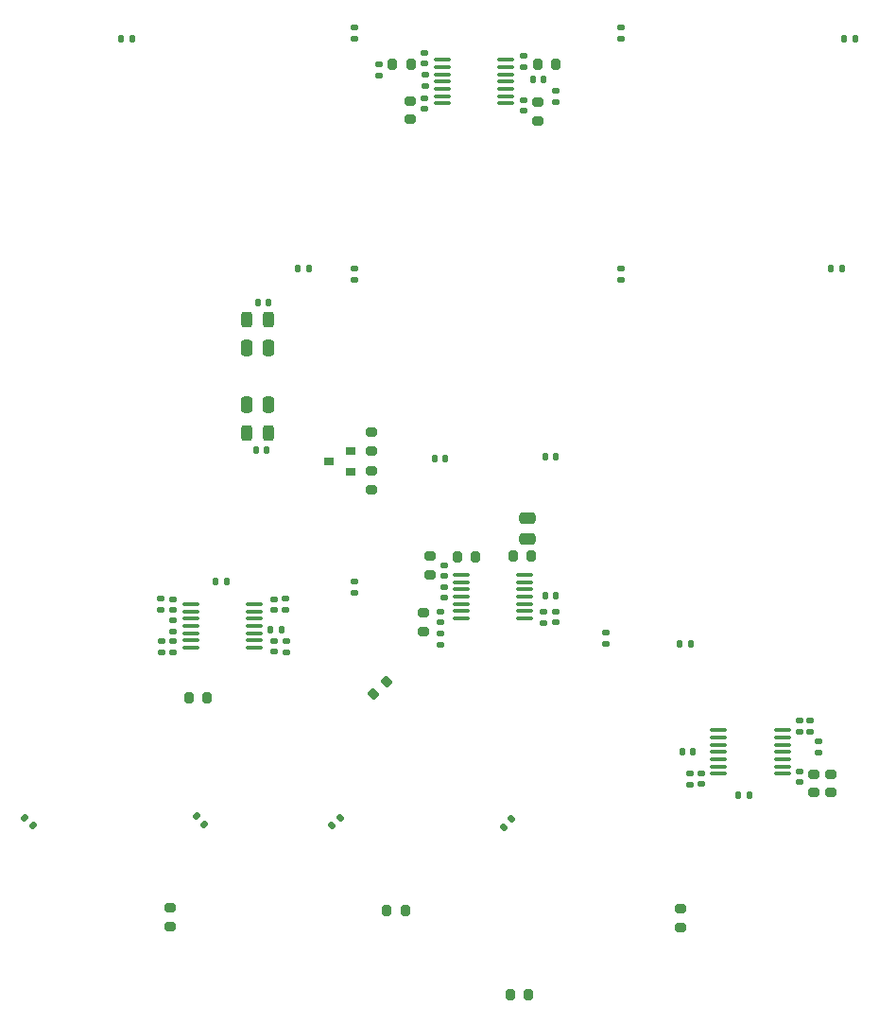
<source format=gbp>
G04 #@! TF.GenerationSoftware,KiCad,Pcbnew,(6.0.0)*
G04 #@! TF.CreationDate,2022-02-23T18:40:55+01:00*
G04 #@! TF.ProjectId,ad633muliply,61643633-336d-4756-9c69-706c792e6b69,rev?*
G04 #@! TF.SameCoordinates,Original*
G04 #@! TF.FileFunction,Paste,Bot*
G04 #@! TF.FilePolarity,Positive*
%FSLAX46Y46*%
G04 Gerber Fmt 4.6, Leading zero omitted, Abs format (unit mm)*
G04 Created by KiCad (PCBNEW (6.0.0)) date 2022-02-23 18:40:55*
%MOMM*%
%LPD*%
G01*
G04 APERTURE LIST*
G04 Aperture macros list*
%AMRoundRect*
0 Rectangle with rounded corners*
0 $1 Rounding radius*
0 $2 $3 $4 $5 $6 $7 $8 $9 X,Y pos of 4 corners*
0 Add a 4 corners polygon primitive as box body*
4,1,4,$2,$3,$4,$5,$6,$7,$8,$9,$2,$3,0*
0 Add four circle primitives for the rounded corners*
1,1,$1+$1,$2,$3*
1,1,$1+$1,$4,$5*
1,1,$1+$1,$6,$7*
1,1,$1+$1,$8,$9*
0 Add four rect primitives between the rounded corners*
20,1,$1+$1,$2,$3,$4,$5,0*
20,1,$1+$1,$4,$5,$6,$7,0*
20,1,$1+$1,$6,$7,$8,$9,0*
20,1,$1+$1,$8,$9,$2,$3,0*%
G04 Aperture macros list end*
%ADD10RoundRect,0.140000X-0.170000X0.140000X-0.170000X-0.140000X0.170000X-0.140000X0.170000X0.140000X0*%
%ADD11RoundRect,0.140000X0.170000X-0.140000X0.170000X0.140000X-0.170000X0.140000X-0.170000X-0.140000X0*%
%ADD12RoundRect,0.135000X-0.226274X-0.035355X-0.035355X-0.226274X0.226274X0.035355X0.035355X0.226274X0*%
%ADD13RoundRect,0.135000X-0.135000X-0.185000X0.135000X-0.185000X0.135000X0.185000X-0.135000X0.185000X0*%
%ADD14RoundRect,0.135000X-0.185000X0.135000X-0.185000X-0.135000X0.185000X-0.135000X0.185000X0.135000X0*%
%ADD15RoundRect,0.135000X0.185000X-0.135000X0.185000X0.135000X-0.185000X0.135000X-0.185000X-0.135000X0*%
%ADD16RoundRect,0.135000X-0.035355X0.226274X-0.226274X0.035355X0.035355X-0.226274X0.226274X-0.035355X0*%
%ADD17RoundRect,0.135000X0.135000X0.185000X-0.135000X0.185000X-0.135000X-0.185000X0.135000X-0.185000X0*%
%ADD18RoundRect,0.250000X-0.250000X-0.475000X0.250000X-0.475000X0.250000X0.475000X-0.250000X0.475000X0*%
%ADD19RoundRect,0.140000X0.140000X0.170000X-0.140000X0.170000X-0.140000X-0.170000X0.140000X-0.170000X0*%
%ADD20RoundRect,0.140000X-0.140000X-0.170000X0.140000X-0.170000X0.140000X0.170000X-0.140000X0.170000X0*%
%ADD21RoundRect,0.200000X0.200000X0.275000X-0.200000X0.275000X-0.200000X-0.275000X0.200000X-0.275000X0*%
%ADD22RoundRect,0.100000X0.637500X0.100000X-0.637500X0.100000X-0.637500X-0.100000X0.637500X-0.100000X0*%
%ADD23RoundRect,0.200000X-0.053033X0.335876X-0.335876X0.053033X0.053033X-0.335876X0.335876X-0.053033X0*%
%ADD24RoundRect,0.200000X-0.200000X-0.275000X0.200000X-0.275000X0.200000X0.275000X-0.200000X0.275000X0*%
%ADD25RoundRect,0.200000X-0.275000X0.200000X-0.275000X-0.200000X0.275000X-0.200000X0.275000X0.200000X0*%
%ADD26RoundRect,0.100000X-0.637500X-0.100000X0.637500X-0.100000X0.637500X0.100000X-0.637500X0.100000X0*%
%ADD27RoundRect,0.200000X0.275000X-0.200000X0.275000X0.200000X-0.275000X0.200000X-0.275000X-0.200000X0*%
%ADD28RoundRect,0.243750X-0.243750X-0.456250X0.243750X-0.456250X0.243750X0.456250X-0.243750X0.456250X0*%
%ADD29RoundRect,0.250000X0.250000X0.475000X-0.250000X0.475000X-0.250000X-0.475000X0.250000X-0.475000X0*%
%ADD30R,0.900000X0.800000*%
%ADD31RoundRect,0.250000X0.475000X-0.250000X0.475000X0.250000X-0.475000X0.250000X-0.475000X-0.250000X0*%
G04 APERTURE END LIST*
D10*
X102087600Y-136202400D03*
X102087600Y-137162400D03*
D11*
X102138400Y-140921600D03*
X102138400Y-139961600D03*
D10*
X115575000Y-87282000D03*
X115575000Y-88242000D03*
D11*
X117022800Y-138252000D03*
X117022800Y-137292000D03*
D12*
X79801752Y-155747752D03*
X80523000Y-156469000D03*
D13*
X104270000Y-106558000D03*
X105290000Y-106558000D03*
X96853200Y-134650400D03*
X97873200Y-134650400D03*
D14*
X91978400Y-136170400D03*
X91978400Y-137190400D03*
D12*
X95168752Y-155620752D03*
X95890000Y-156342000D03*
D15*
X109352000Y-107574000D03*
X109352000Y-106554000D03*
X109352000Y-135666400D03*
X109352000Y-134646400D03*
D14*
X103154400Y-136170400D03*
X103154400Y-137190400D03*
D16*
X108041248Y-155747752D03*
X107320000Y-156469000D03*
D15*
X133228000Y-107578000D03*
X133228000Y-106558000D03*
D14*
X131856400Y-139195000D03*
X131856400Y-140215000D03*
D15*
X103205200Y-140953600D03*
X103205200Y-139933600D03*
D17*
X153044000Y-106558000D03*
X152024000Y-106558000D03*
X139480400Y-140238400D03*
X138460400Y-140238400D03*
D16*
X123408248Y-155874752D03*
X122687000Y-156596000D03*
D18*
X99700000Y-113670000D03*
X101600000Y-113670000D03*
D11*
X115651200Y-90223200D03*
X115651200Y-89263200D03*
D10*
X150906400Y-148953200D03*
X150906400Y-149913200D03*
D19*
X139628800Y-149890400D03*
X138668800Y-149890400D03*
D20*
X126420800Y-123423600D03*
X127380800Y-123423600D03*
D11*
X93096000Y-140944400D03*
X93096000Y-139984400D03*
X149230000Y-152605600D03*
X149230000Y-151645600D03*
D14*
X133228000Y-84964000D03*
X133228000Y-85984000D03*
D13*
X88397000Y-85984000D03*
X89417000Y-85984000D03*
D21*
X124921200Y-171582000D03*
X123271200Y-171582000D03*
D22*
X122900200Y-87894800D03*
X122900200Y-88544800D03*
X122900200Y-89194800D03*
X122900200Y-89844800D03*
X122900200Y-90494800D03*
X122900200Y-91144800D03*
X122900200Y-91794800D03*
X117175200Y-91794800D03*
X117175200Y-91144800D03*
X117175200Y-90494800D03*
X117175200Y-89844800D03*
X117175200Y-89194800D03*
X117175200Y-88544800D03*
X117175200Y-87894800D03*
X147639800Y-147940400D03*
X147639800Y-148590400D03*
X147639800Y-149240400D03*
X147639800Y-149890400D03*
X147639800Y-150540400D03*
X147639800Y-151190400D03*
X147639800Y-151840400D03*
X141914800Y-151840400D03*
X141914800Y-151190400D03*
X141914800Y-150540400D03*
X141914800Y-149890400D03*
X141914800Y-149240400D03*
X141914800Y-148590400D03*
X141914800Y-147940400D03*
D11*
X140390800Y-152730000D03*
X140390800Y-151770000D03*
D23*
X112169726Y-143566637D03*
X111003000Y-144733363D03*
D24*
X118534600Y-132415200D03*
X120184600Y-132415200D03*
D10*
X117327600Y-135135600D03*
X117327600Y-136095600D03*
D20*
X126420800Y-135920400D03*
X127380800Y-135920400D03*
D11*
X124465000Y-92461000D03*
X124465000Y-91501000D03*
D25*
X125735000Y-91699000D03*
X125735000Y-93349000D03*
D26*
X118867000Y-137921200D03*
X118867000Y-137271200D03*
X118867000Y-136621200D03*
X118867000Y-135971200D03*
X118867000Y-135321200D03*
X118867000Y-134671200D03*
X118867000Y-134021200D03*
X124592000Y-134021200D03*
X124592000Y-134671200D03*
X124592000Y-135321200D03*
X124592000Y-135971200D03*
X124592000Y-136621200D03*
X124592000Y-137271200D03*
X124592000Y-137921200D03*
D27*
X152024000Y-153509400D03*
X152024000Y-151859400D03*
D25*
X150500000Y-151859400D03*
X150500000Y-153509400D03*
X138562000Y-163949800D03*
X138562000Y-165599800D03*
D21*
X96143000Y-145039000D03*
X94493000Y-145039000D03*
D11*
X115575000Y-92278000D03*
X115575000Y-91318000D03*
D10*
X117327600Y-133154400D03*
X117327600Y-134114400D03*
D15*
X111511000Y-89286000D03*
X111511000Y-88266000D03*
X117022800Y-140291200D03*
X117022800Y-139271200D03*
X127386000Y-91699000D03*
X127386000Y-90679000D03*
D14*
X139374800Y-151768000D03*
X139374800Y-152788000D03*
D17*
X144710800Y-153751200D03*
X143690800Y-153751200D03*
D14*
X149179200Y-147094400D03*
X149179200Y-148114400D03*
D25*
X92842000Y-163836000D03*
X92842000Y-165486000D03*
D28*
X99700000Y-121290000D03*
X101575000Y-121290000D03*
X99700000Y-111130000D03*
X101575000Y-111130000D03*
D10*
X150144400Y-147101600D03*
X150144400Y-148061600D03*
D11*
X127386000Y-138252000D03*
X127386000Y-137292000D03*
D14*
X126243000Y-137292000D03*
X126243000Y-138312000D03*
D29*
X101600000Y-118750000D03*
X99700000Y-118750000D03*
D11*
X93096000Y-139070000D03*
X93096000Y-138110000D03*
D20*
X101810800Y-138917600D03*
X102770800Y-138917600D03*
D19*
X126263200Y-89692400D03*
X125303200Y-89692400D03*
D20*
X116520000Y-123576000D03*
X117480000Y-123576000D03*
X100518000Y-122814000D03*
X101478000Y-122814000D03*
D19*
X101605000Y-109606000D03*
X100645000Y-109606000D03*
D10*
X124465000Y-87564000D03*
X124465000Y-88524000D03*
D30*
X108996400Y-122915600D03*
X108996400Y-124815600D03*
X106996400Y-123865600D03*
D21*
X113846800Y-164114400D03*
X112196800Y-164114400D03*
D15*
X92029200Y-141004400D03*
X92029200Y-139984400D03*
D17*
X154183000Y-85984000D03*
X153163000Y-85984000D03*
D14*
X109352000Y-84964000D03*
X109352000Y-85984000D03*
D25*
X110876000Y-121265600D03*
X110876000Y-122915600D03*
D27*
X110876000Y-126370000D03*
X110876000Y-124720000D03*
D31*
X124846000Y-130825200D03*
X124846000Y-128925200D03*
D21*
X125163000Y-132364400D03*
X123513000Y-132364400D03*
D24*
X125736000Y-88270000D03*
X127386000Y-88270000D03*
D25*
X115498800Y-137444400D03*
X115498800Y-139094400D03*
X114305000Y-91572000D03*
X114305000Y-93222000D03*
D27*
X116057600Y-133990000D03*
X116057600Y-132340000D03*
D26*
X94635400Y-140543200D03*
X94635400Y-139893200D03*
X94635400Y-139243200D03*
X94635400Y-138593200D03*
X94635400Y-137943200D03*
X94635400Y-137293200D03*
X94635400Y-136643200D03*
X100360400Y-136643200D03*
X100360400Y-137293200D03*
X100360400Y-137943200D03*
X100360400Y-138593200D03*
X100360400Y-139243200D03*
X100360400Y-139893200D03*
X100360400Y-140543200D03*
D10*
X93096000Y-136230400D03*
X93096000Y-137190400D03*
D21*
X114368000Y-88270000D03*
X112718000Y-88270000D03*
M02*

</source>
